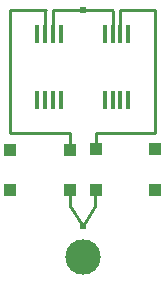
<source format=gbl>
G04 ---------------------------- Layer name :BOTTOM LAYER*
G04 easyEDA 0.1*
G04 Scale: 100 percent, Rotated: No, Reflected: No *
G04 Dimensions in inches *
G04 leading zeros omitted , absolute positions ,2 integer and 4 * 
%FSLAX24Y24*%
%MOIN*%
G90*
G70D02*

%ADD10C,0.010000*%
%ADD11C,0.024400*%
%ADD12R,0.013780X0.059055*%
%ADD13R,0.043307X0.043307*%
%ADD14C,0.118110*%

%LPD*%
G54D10*
G01X3000Y2507D02*
G01X2567Y3175D01*
G01X2567Y3176D01*
G01X2567Y3730D01*
G01X2565Y3730D01*
G01X3000Y2507D02*
G01X3432Y3175D01*
G01X3432Y3176D01*
G01X3432Y3730D01*
G01X3436Y3734D01*
G01X3000Y9711D02*
G01X2015Y9711D01*
G01X2015Y8923D01*
G01X2017Y8921D01*
G01X3000Y9711D02*
G01X3984Y9711D01*
G01X4023Y9671D01*
G01X4023Y8937D01*
G01X4013Y8928D01*
G01X1765Y8923D02*
G01X1765Y9696D01*
G01X1779Y9711D01*
G01X598Y9711D01*
G01X598Y6088D01*
G01X598Y5616D01*
G01X2566Y5616D01*
G01X2566Y5069D01*
G01X2565Y5069D01*
G01X3436Y5071D02*
G01X3436Y5613D01*
G01X3433Y5616D01*
G01X5401Y5616D01*
G01X5401Y8963D01*
G01X5401Y9711D01*
G01X4259Y9711D01*
G01X4259Y8933D01*
G01X4265Y8928D01*
G54D12*
G01X1497Y8922D03*
G01X2268Y8922D03*
G01X2016Y8922D03*
G01X1765Y8922D03*
G01X1497Y6708D03*
G01X2268Y6708D03*
G01X2016Y6708D03*
G01X1764Y6708D03*
G01X3745Y8927D03*
G01X4517Y8927D03*
G01X4265Y8927D03*
G01X4013Y8927D03*
G01X3745Y6713D03*
G01X4517Y6713D03*
G01X4265Y6713D03*
G01X4013Y6713D03*
G54D13*
G01X597Y5069D03*
G01X597Y3730D03*
G01X2566Y5069D03*
G01X2566Y3730D03*
G01X3436Y5072D03*
G01X3436Y3733D03*
G01X5404Y5072D03*
G01X5405Y3733D03*
G54D14*
G01X3000Y1500D03*
G54D11*
G01X3000Y2507D03*
G01X3000Y9711D03*
G54D14*
G01X3000Y1500D03*

M00*
M02*
</source>
